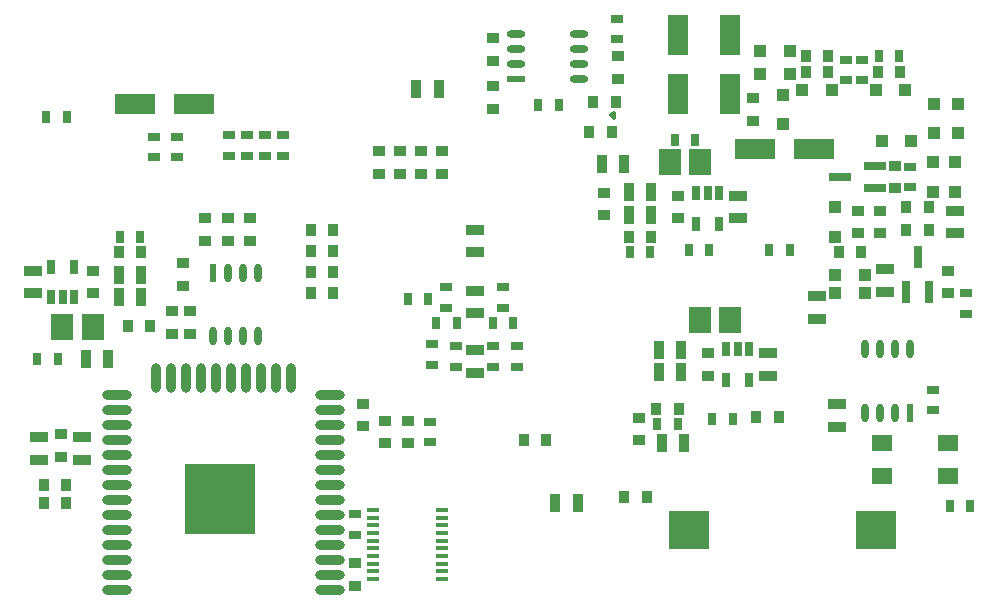
<source format=gbp>
G04 #@! TF.GenerationSoftware,KiCad,Pcbnew,5.0.0-rc2-dev-unknown+dfsg1+20180318-2*
G04 #@! TF.CreationDate,2018-05-10T13:20:57+02:00*
G04 #@! TF.ProjectId,ulx3s,756C7833732E6B696361645F70636200,rev?*
G04 #@! TF.SameCoordinates,Original*
G04 #@! TF.FileFunction,Paste,Bot*
G04 #@! TF.FilePolarity,Positive*
%FSLAX46Y46*%
G04 Gerber Fmt 4.6, Leading zero omitted, Abs format (unit mm)*
G04 Created by KiCad (PCBNEW 5.0.0-rc2-dev-unknown+dfsg1+20180318-2) date Thu May 10 13:20:57 2018*
%MOMM*%
%LPD*%
G01*
G04 APERTURE LIST*
%ADD10C,0.350000*%
%ADD11R,0.700000X1.200000*%
%ADD12R,1.000000X0.400000*%
%ADD13R,3.500000X3.300000*%
%ADD14R,0.600000X1.550000*%
%ADD15O,0.600000X1.550000*%
%ADD16R,1.550000X0.600000*%
%ADD17O,1.550000X0.600000*%
%ADD18O,2.500000X0.900000*%
%ADD19O,0.900000X2.500000*%
%ADD20R,6.000000X6.000000*%
%ADD21R,1.800000X1.400000*%
%ADD22R,0.970000X1.500000*%
%ADD23R,1.500000X0.970000*%
%ADD24R,0.670000X1.000000*%
%ADD25R,1.000000X0.670000*%
%ADD26R,1.825000X2.200000*%
%ADD27R,1.000000X1.000000*%
%ADD28R,0.800000X1.900000*%
%ADD29R,1.900000X0.800000*%
%ADD30R,3.500000X1.800000*%
%ADD31R,1.800000X3.500000*%
%ADD32R,0.845000X1.000000*%
%ADD33R,1.000000X0.845000*%
G04 APERTURE END LIST*
D10*
X150296000Y-71062000D02*
X150046000Y-70812000D01*
X150046000Y-70812000D02*
X150296000Y-70562000D01*
X150296000Y-70562000D02*
X150296000Y-71062000D01*
D11*
X159825000Y-90600000D03*
X160775000Y-90600000D03*
X161725000Y-90600000D03*
X161725000Y-93200000D03*
X159825000Y-93200000D03*
X104575000Y-86215000D03*
X103625000Y-86215000D03*
X102675000Y-86215000D03*
X102675000Y-83615000D03*
X104575000Y-83615000D03*
X157285000Y-77392000D03*
X158235000Y-77392000D03*
X159185000Y-77392000D03*
X159185000Y-79992000D03*
X157285000Y-79992000D03*
D12*
X135735000Y-104215000D03*
X135735000Y-104865000D03*
X135735000Y-105515000D03*
X135735000Y-106165000D03*
X135735000Y-106815000D03*
X135735000Y-107465000D03*
X135735000Y-108115000D03*
X135735000Y-108765000D03*
X135735000Y-109415000D03*
X135735000Y-110065000D03*
X129935000Y-110065000D03*
X129935000Y-109415000D03*
X129935000Y-108765000D03*
X129935000Y-108115000D03*
X129935000Y-107465000D03*
X129935000Y-106815000D03*
X129935000Y-106165000D03*
X129935000Y-105515000D03*
X129935000Y-104865000D03*
X129935000Y-104215000D03*
D13*
X172485000Y-105870000D03*
X156685000Y-105870000D03*
D14*
X175395000Y-96015000D03*
D15*
X174125000Y-96015000D03*
X172855000Y-96015000D03*
X171585000Y-96015000D03*
X171585000Y-90615000D03*
X172855000Y-90615000D03*
X174125000Y-90615000D03*
X175395000Y-90615000D03*
D16*
X141980000Y-67706500D03*
D17*
X141980000Y-66436500D03*
X141980000Y-65166500D03*
X141980000Y-63896500D03*
X147380000Y-63896500D03*
X147380000Y-65166500D03*
X147380000Y-66436500D03*
X147380000Y-67706500D03*
D14*
X116325000Y-84120000D03*
D15*
X117595000Y-84120000D03*
X118865000Y-84120000D03*
X120135000Y-84120000D03*
X120135000Y-89520000D03*
X118865000Y-89520000D03*
X117595000Y-89520000D03*
X116325000Y-89520000D03*
D18*
X126230000Y-111000000D03*
X126230000Y-109730000D03*
X126230000Y-108460000D03*
X126230000Y-107190000D03*
X126230000Y-105920000D03*
X126230000Y-104650000D03*
X126230000Y-103380000D03*
X126230000Y-102110000D03*
X126230000Y-100840000D03*
X126230000Y-99570000D03*
X126230000Y-98300000D03*
X126230000Y-97030000D03*
X126230000Y-95760000D03*
X126230000Y-94490000D03*
D19*
X122945000Y-93000000D03*
X121675000Y-93000000D03*
X120405000Y-93000000D03*
X119135000Y-93000000D03*
X117865000Y-93000000D03*
X116595000Y-93000000D03*
X115325000Y-93000000D03*
X114055000Y-93000000D03*
X112785000Y-93000000D03*
X111515000Y-93000000D03*
D18*
X108230000Y-94490000D03*
X108230000Y-95760000D03*
X108230000Y-97030000D03*
X108230000Y-98300000D03*
X108230000Y-99570000D03*
X108230000Y-100840000D03*
X108230000Y-102110000D03*
X108230000Y-103380000D03*
X108230000Y-104650000D03*
X108230000Y-105920000D03*
X108230000Y-107190000D03*
X108230000Y-108460000D03*
X108230000Y-109730000D03*
X108230000Y-111000000D03*
D20*
X116930000Y-103300000D03*
D21*
X178576000Y-98522000D03*
X172976000Y-98522000D03*
X172976000Y-101322000D03*
X178576000Y-101322000D03*
D22*
X133546000Y-68550000D03*
X135456000Y-68550000D03*
D23*
X101085000Y-83960000D03*
X101085000Y-85870000D03*
D24*
X153985000Y-96910000D03*
X155735000Y-96910000D03*
D22*
X156015000Y-90630000D03*
X154105000Y-90630000D03*
X154105000Y-92535000D03*
X156015000Y-92535000D03*
D23*
X163315000Y-90945000D03*
X163315000Y-92855000D03*
D24*
X151645000Y-82375000D03*
X153395000Y-82375000D03*
D22*
X153475000Y-79200000D03*
X151565000Y-79200000D03*
X153475000Y-77295000D03*
X151565000Y-77295000D03*
D23*
X160775000Y-79520000D03*
X160775000Y-77610000D03*
D24*
X108465000Y-81105000D03*
X110215000Y-81105000D03*
D22*
X108385000Y-84280000D03*
X110295000Y-84280000D03*
X110295000Y-86185000D03*
X108385000Y-86185000D03*
D23*
X173221000Y-83833000D03*
X173221000Y-85743000D03*
D25*
X175380000Y-76900000D03*
X175380000Y-75150000D03*
D23*
X105276000Y-99967000D03*
X105276000Y-98057000D03*
X167506000Y-88029000D03*
X167506000Y-86119000D03*
X138500000Y-90665000D03*
X138500000Y-92575000D03*
D25*
X150589600Y-64359000D03*
X150589600Y-62609000D03*
D23*
X138500000Y-82375000D03*
X138500000Y-80465000D03*
X138500000Y-87575000D03*
X138500000Y-85665000D03*
X101593000Y-99967000D03*
X101593000Y-98057000D03*
D22*
X154359000Y-98504000D03*
X156269000Y-98504000D03*
X105591000Y-91392000D03*
X107501000Y-91392000D03*
X151189000Y-74882000D03*
X149279000Y-74882000D03*
D25*
X140900000Y-87095000D03*
X140900000Y-85345000D03*
X136100000Y-87095000D03*
X136100000Y-85345000D03*
X136900000Y-92095000D03*
X136900000Y-90345000D03*
X140100000Y-90345000D03*
X140100000Y-92095000D03*
X142100000Y-92095000D03*
X142100000Y-90345000D03*
X134900000Y-90145000D03*
X134900000Y-91895000D03*
D24*
X135225000Y-88420000D03*
X136975000Y-88420000D03*
X140025000Y-88420000D03*
X141775000Y-88420000D03*
X163425000Y-82220000D03*
X165175000Y-82220000D03*
X158375000Y-82220000D03*
X156625000Y-82220000D03*
D25*
X177300000Y-94025000D03*
X177300000Y-95775000D03*
D22*
X145342000Y-103584000D03*
X147252000Y-103584000D03*
D24*
X103995000Y-70963000D03*
X102245000Y-70963000D03*
X103245000Y-91410000D03*
X101495000Y-91410000D03*
D25*
X180094000Y-87586000D03*
X180094000Y-85836000D03*
D24*
X180473000Y-103856000D03*
X178723000Y-103856000D03*
X158645000Y-96490000D03*
X160395000Y-96490000D03*
X132827200Y-86330000D03*
X134577200Y-86330000D03*
D23*
X169172000Y-95281000D03*
X169172000Y-97191000D03*
X179190000Y-80790000D03*
X179190000Y-78880000D03*
D26*
X157582500Y-88090000D03*
X160157500Y-88090000D03*
X103607500Y-88725000D03*
X106182500Y-88725000D03*
X157617500Y-74755000D03*
X155042500Y-74755000D03*
D27*
X169050000Y-84280000D03*
X171550000Y-84280000D03*
X169030000Y-78585000D03*
X169030000Y-81085000D03*
X171550000Y-85804000D03*
X169050000Y-85804000D03*
X179190000Y-74775000D03*
X179190000Y-77275000D03*
X177285000Y-77275000D03*
X177285000Y-74775000D03*
X172987000Y-72977000D03*
X175487000Y-72977000D03*
X164585000Y-69060000D03*
X164585000Y-71560000D03*
X168756000Y-68659000D03*
X166256000Y-68659000D03*
X174979000Y-68659000D03*
X172479000Y-68659000D03*
X165200000Y-67262000D03*
X162700000Y-67262000D03*
X162700000Y-65357000D03*
X165200000Y-65357000D03*
X177412000Y-72322000D03*
X177412000Y-69822000D03*
X179444000Y-69822000D03*
X179444000Y-72322000D03*
D28*
X176015000Y-82780000D03*
X175065000Y-85780000D03*
X176965000Y-85780000D03*
D29*
X172435000Y-75075000D03*
X172435000Y-76975000D03*
X169435000Y-76025000D03*
D30*
X114761000Y-69802000D03*
X109761000Y-69802000D03*
X167212000Y-73612000D03*
X162212000Y-73612000D03*
D31*
X155695000Y-69000000D03*
X155695000Y-64000000D03*
X160140000Y-69000000D03*
X160140000Y-64000000D03*
D32*
X169337500Y-82375000D03*
X171262500Y-82375000D03*
D33*
X172840000Y-78872500D03*
X172840000Y-80797500D03*
X162045000Y-69347500D03*
X162045000Y-71272500D03*
D32*
X176977500Y-80470000D03*
X175052500Y-80470000D03*
D33*
X174110000Y-75062500D03*
X174110000Y-76987500D03*
X178555000Y-85877500D03*
X178555000Y-83952500D03*
X113785000Y-83317500D03*
X113785000Y-85242500D03*
X170935000Y-78872500D03*
X170935000Y-80797500D03*
X128390000Y-108717500D03*
X128390000Y-110642500D03*
D32*
X151176500Y-103076000D03*
X153101500Y-103076000D03*
D33*
X119500000Y-81432500D03*
X119500000Y-79507500D03*
X114420000Y-89306500D03*
X114420000Y-87381500D03*
D32*
X176977500Y-78565000D03*
X175052500Y-78565000D03*
X124633500Y-85804000D03*
X126558500Y-85804000D03*
X126558500Y-84026000D03*
X124633500Y-84026000D03*
X126558500Y-82248000D03*
X124633500Y-82248000D03*
X124633500Y-80470000D03*
X126558500Y-80470000D03*
D33*
X130422000Y-73810500D03*
X130422000Y-75735500D03*
X132200000Y-73810500D03*
X132200000Y-75735500D03*
X133993000Y-73810500D03*
X133993000Y-75735500D03*
X135771000Y-75735500D03*
X135771000Y-73810500D03*
X140025500Y-64267500D03*
X140025500Y-66192500D03*
X140025500Y-68349500D03*
X140025500Y-70274500D03*
X150615000Y-65809500D03*
X150615000Y-67734500D03*
D32*
X150137500Y-72215000D03*
X148212500Y-72215000D03*
X148524500Y-69693000D03*
X150449500Y-69693000D03*
D33*
X129025000Y-95212500D03*
X129025000Y-97137500D03*
X117595000Y-79507500D03*
X117595000Y-81432500D03*
X112896000Y-87381500D03*
X112896000Y-89306500D03*
X115690000Y-81432500D03*
X115690000Y-79507500D03*
D32*
X142667500Y-98250000D03*
X144592500Y-98250000D03*
D33*
X132835000Y-98577500D03*
X132835000Y-96652500D03*
X130930000Y-96652500D03*
X130930000Y-98577500D03*
D32*
X103952500Y-103600000D03*
X102027500Y-103600000D03*
X103952500Y-102060000D03*
X102027500Y-102060000D03*
D33*
X103498000Y-99720500D03*
X103498000Y-97795500D03*
D32*
X164277500Y-96345000D03*
X162352500Y-96345000D03*
X168468500Y-65738000D03*
X166543500Y-65738000D03*
D25*
X113277000Y-74360000D03*
X113277000Y-72610000D03*
X111372000Y-72610000D03*
X111372000Y-74360000D03*
D24*
X155455000Y-72850000D03*
X157205000Y-72850000D03*
D25*
X171316000Y-66090000D03*
X171316000Y-67840000D03*
X169919000Y-67840000D03*
X169919000Y-66090000D03*
D24*
X174477000Y-65738000D03*
X172727000Y-65738000D03*
D25*
X134740000Y-96740000D03*
X134740000Y-98490000D03*
X128390000Y-106321000D03*
X128390000Y-104571000D03*
X117722000Y-72483000D03*
X117722000Y-74233000D03*
X119246000Y-74233000D03*
X119246000Y-72483000D03*
X120770000Y-72483000D03*
X120770000Y-74233000D03*
X122294000Y-74233000D03*
X122294000Y-72483000D03*
D24*
X145655000Y-69900000D03*
X143905000Y-69900000D03*
D32*
X166543500Y-67135000D03*
X168468500Y-67135000D03*
X172637500Y-67120000D03*
X174562500Y-67120000D03*
X153897500Y-95640000D03*
X155822500Y-95640000D03*
X110302500Y-82375000D03*
X108377500Y-82375000D03*
X151557500Y-81105000D03*
X153482500Y-81105000D03*
D33*
X158235000Y-90937500D03*
X158235000Y-92862500D03*
X106165000Y-83952500D03*
X106165000Y-85877500D03*
X155695000Y-77602500D03*
X155695000Y-79527500D03*
X152393000Y-96398500D03*
X152393000Y-98323500D03*
D32*
X111064500Y-88598000D03*
X109139500Y-88598000D03*
D33*
X149472000Y-77348500D03*
X149472000Y-79273500D03*
M02*

</source>
